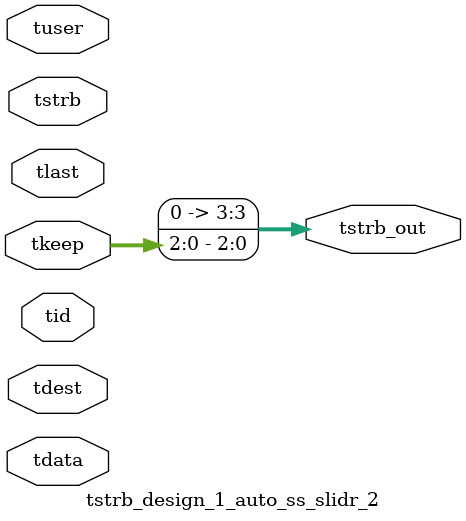
<source format=v>


`timescale 1ps/1ps

module tstrb_design_1_auto_ss_slidr_2 #
(
parameter C_S_AXIS_TDATA_WIDTH = 32,
parameter C_S_AXIS_TUSER_WIDTH = 0,
parameter C_S_AXIS_TID_WIDTH   = 0,
parameter C_S_AXIS_TDEST_WIDTH = 0,
parameter C_M_AXIS_TDATA_WIDTH = 32
)
(
input  [(C_S_AXIS_TDATA_WIDTH == 0 ? 1 : C_S_AXIS_TDATA_WIDTH)-1:0     ] tdata,
input  [(C_S_AXIS_TUSER_WIDTH == 0 ? 1 : C_S_AXIS_TUSER_WIDTH)-1:0     ] tuser,
input  [(C_S_AXIS_TID_WIDTH   == 0 ? 1 : C_S_AXIS_TID_WIDTH)-1:0       ] tid,
input  [(C_S_AXIS_TDEST_WIDTH == 0 ? 1 : C_S_AXIS_TDEST_WIDTH)-1:0     ] tdest,
input  [(C_S_AXIS_TDATA_WIDTH/8)-1:0 ] tkeep,
input  [(C_S_AXIS_TDATA_WIDTH/8)-1:0 ] tstrb,
input                                                                    tlast,
output [(C_M_AXIS_TDATA_WIDTH/8)-1:0 ] tstrb_out
);

assign tstrb_out = {tkeep[2:0]};

endmodule


</source>
